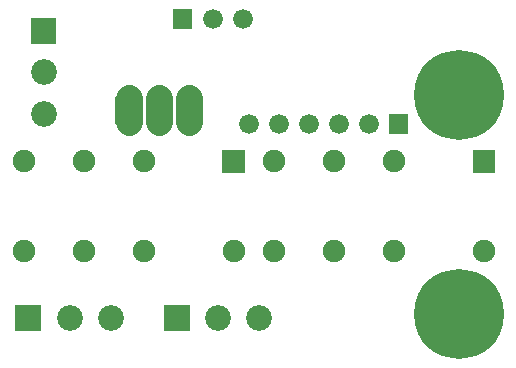
<source format=gbr>
G04 start of page 6 for group -4062 idx -4062 *
G04 Title: (unknown), soldermask *
G04 Creator: pcb 20110918 *
G04 CreationDate: Tue 05 Feb 2013 02:58:17 AM GMT UTC *
G04 For: railfan *
G04 Format: Gerber/RS-274X *
G04 PCB-Dimensions: 170000 120000 *
G04 PCB-Coordinate-Origin: lower left *
%MOIN*%
%FSLAX25Y25*%
%LNBOTTOMMASK*%
%ADD65C,0.0907*%
%ADD64C,0.2997*%
%ADD63C,0.0750*%
%ADD62C,0.0860*%
%ADD61C,0.0900*%
%ADD60C,0.0660*%
%ADD59C,0.0001*%
G54D59*G36*
X57700Y117800D02*Y111200D01*
X64300D01*
Y117800D01*
X57700D01*
G37*
G54D60*X71000Y114500D03*
X81000D03*
G54D59*G36*
X10373Y114745D02*Y106145D01*
X18973D01*
Y114745D01*
X10373D01*
G37*
G54D61*X63000Y84000D03*
X53000D03*
G54D59*G36*
X38500Y88500D02*Y79500D01*
X47500D01*
Y88500D01*
X38500D01*
G37*
G54D62*X14673Y96665D03*
Y82886D03*
G54D63*X48000Y67000D03*
X28000D03*
X8000D03*
G54D59*G36*
X54755Y18973D02*Y10373D01*
X63355D01*
Y18973D01*
X54755D01*
G37*
G54D62*X72835Y14673D03*
X86614D03*
G54D64*X153000Y16000D03*
G54D63*X91500Y37000D03*
X8000D03*
X28000D03*
X48000D03*
X78000D03*
X111500D03*
X131500D03*
X161500D03*
G54D59*G36*
X5255Y18973D02*Y10373D01*
X13855D01*
Y18973D01*
X5255D01*
G37*
G54D62*X23335Y14673D03*
X37114D03*
G54D64*X153000Y89000D03*
G54D59*G36*
X129700Y82800D02*Y76200D01*
X136300D01*
Y82800D01*
X129700D01*
G37*
G36*
X157750Y70750D02*Y63250D01*
X165250D01*
Y70750D01*
X157750D01*
G37*
G54D63*X131500Y67000D03*
G54D60*X123000Y79500D03*
X113000D03*
G54D63*X111500Y67000D03*
G54D60*X103000Y79500D03*
X93000D03*
X83000D03*
G54D63*X91500Y67000D03*
G54D59*G36*
X74250Y70750D02*Y63250D01*
X81750D01*
Y70750D01*
X74250D01*
G37*
G54D65*X53000Y87937D02*Y80063D01*
X43000Y87937D02*Y80063D01*
X63000Y87937D02*Y80063D01*
M02*

</source>
